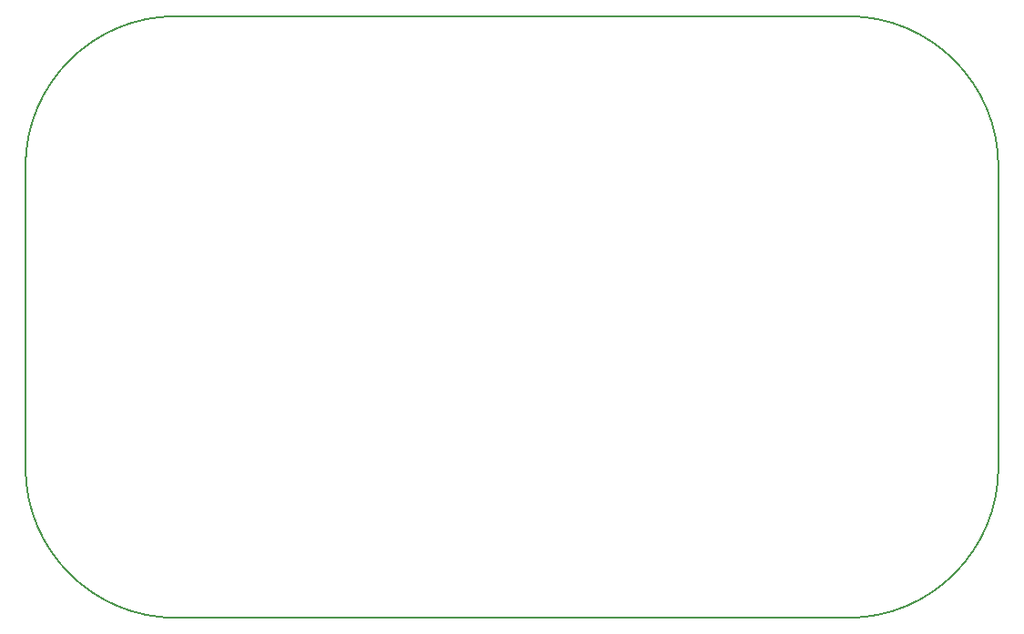
<source format=gbr>
G04 #@! TF.FileFunction,Profile,NP*
%FSLAX46Y46*%
G04 Gerber Fmt 4.6, Leading zero omitted, Abs format (unit mm)*
G04 Created by KiCad (PCBNEW 4.0.7) date 11/28/17 11:27:44*
%MOMM*%
%LPD*%
G01*
G04 APERTURE LIST*
%ADD10C,0.100000*%
%ADD11C,0.200000*%
G04 APERTURE END LIST*
D10*
D11*
X100000000Y-98000000D02*
X162500000Y-98000000D01*
X86000000Y-56000000D02*
X86000000Y-84000000D01*
X176500000Y-56000000D02*
X176500000Y-84000000D01*
X100000000Y-42000000D02*
X162500000Y-42000000D01*
X86000000Y-84000000D02*
G75*
G03X100000000Y-98000000I14000000J0D01*
G01*
X162524435Y-97999979D02*
G75*
G03X176500000Y-84000000I-24435J13999979D01*
G01*
X176500000Y-56000000D02*
G75*
G03X162500000Y-42000000I-14000000J0D01*
G01*
X99975565Y-42000021D02*
G75*
G03X86000000Y-56000000I24435J-13999979D01*
G01*
M02*

</source>
